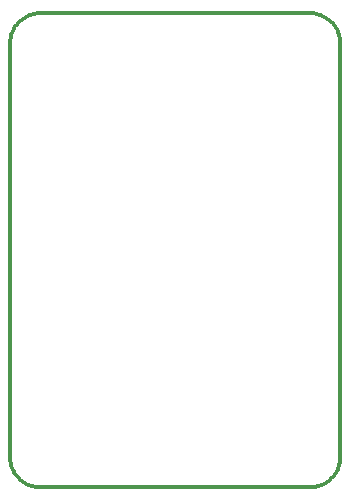
<source format=gbp>
G75*
%MOIN*%
%OFA0B0*%
%FSLAX24Y24*%
%IPPOS*%
%LPD*%
%AMOC8*
5,1,8,0,0,1.08239X$1,22.5*
%
%ADD10C,0.0120*%
D10*
X004883Y004781D02*
X013883Y004781D01*
X013943Y004783D01*
X014004Y004788D01*
X014063Y004797D01*
X014122Y004810D01*
X014181Y004826D01*
X014238Y004846D01*
X014293Y004869D01*
X014348Y004896D01*
X014400Y004925D01*
X014451Y004958D01*
X014500Y004994D01*
X014546Y005032D01*
X014590Y005074D01*
X014632Y005118D01*
X014670Y005164D01*
X014706Y005213D01*
X014739Y005264D01*
X014768Y005316D01*
X014795Y005371D01*
X014818Y005426D01*
X014838Y005483D01*
X014854Y005542D01*
X014867Y005601D01*
X014876Y005660D01*
X014881Y005721D01*
X014883Y005781D01*
X014883Y019581D01*
X014881Y019641D01*
X014876Y019702D01*
X014867Y019761D01*
X014854Y019820D01*
X014838Y019879D01*
X014818Y019936D01*
X014795Y019991D01*
X014768Y020046D01*
X014739Y020098D01*
X014706Y020149D01*
X014670Y020198D01*
X014632Y020244D01*
X014590Y020288D01*
X014546Y020330D01*
X014500Y020368D01*
X014451Y020404D01*
X014400Y020437D01*
X014348Y020466D01*
X014293Y020493D01*
X014238Y020516D01*
X014181Y020536D01*
X014122Y020552D01*
X014063Y020565D01*
X014004Y020574D01*
X013943Y020579D01*
X013883Y020581D01*
X004883Y020581D01*
X004823Y020579D01*
X004762Y020574D01*
X004703Y020565D01*
X004644Y020552D01*
X004585Y020536D01*
X004528Y020516D01*
X004473Y020493D01*
X004418Y020466D01*
X004366Y020437D01*
X004315Y020404D01*
X004266Y020368D01*
X004220Y020330D01*
X004176Y020288D01*
X004134Y020244D01*
X004096Y020198D01*
X004060Y020149D01*
X004027Y020098D01*
X003998Y020046D01*
X003971Y019991D01*
X003948Y019936D01*
X003928Y019879D01*
X003912Y019820D01*
X003899Y019761D01*
X003890Y019702D01*
X003885Y019641D01*
X003883Y019581D01*
X003883Y005781D01*
X003885Y005721D01*
X003890Y005660D01*
X003899Y005601D01*
X003912Y005542D01*
X003928Y005483D01*
X003948Y005426D01*
X003971Y005371D01*
X003998Y005316D01*
X004027Y005264D01*
X004060Y005213D01*
X004096Y005164D01*
X004134Y005118D01*
X004176Y005074D01*
X004220Y005032D01*
X004266Y004994D01*
X004315Y004958D01*
X004366Y004925D01*
X004418Y004896D01*
X004473Y004869D01*
X004528Y004846D01*
X004585Y004826D01*
X004644Y004810D01*
X004703Y004797D01*
X004762Y004788D01*
X004823Y004783D01*
X004883Y004781D01*
M02*

</source>
